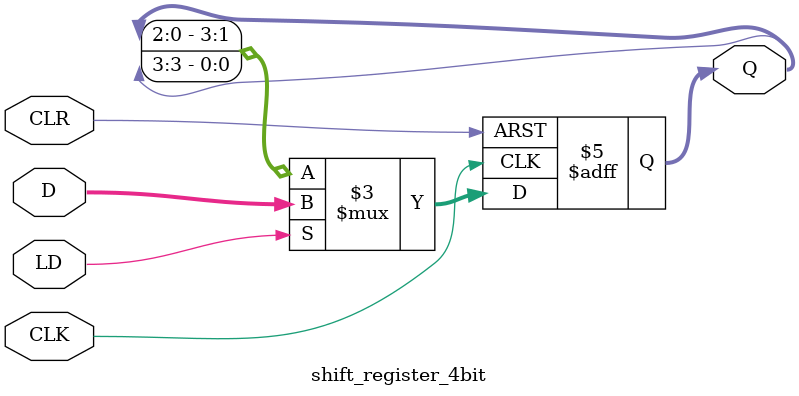
<source format=v>
module shift_register_4bit (
    input [3:0] D,
    input LD, CLK, CLR,
    output reg [3:0] Q
);

    always @(posedge CLK or posedge CLR) begin
        if (CLR) begin
            Q <= 4'b0000;
        end else if (LD) begin
            Q <= D;
        end else begin
            Q <= {Q[2:0], Q[3]};
        end
    end

endmodule
</source>
